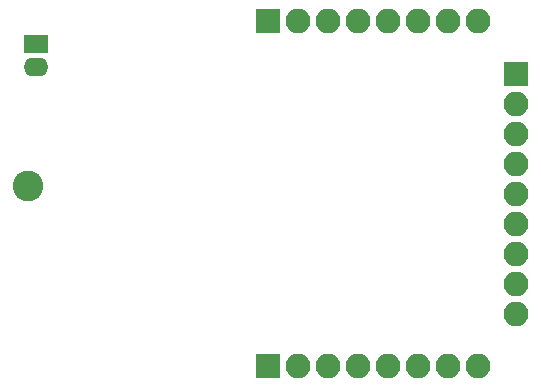
<source format=gbs>
G04 #@! TF.FileFunction,Soldermask,Bot*
%FSLAX46Y46*%
G04 Gerber Fmt 4.6, Leading zero omitted, Abs format (unit mm)*
G04 Created by KiCad (PCBNEW 4.0.7-e2-6376~58~ubuntu17.04.1) date Wed Oct  4 00:11:51 2017*
%MOMM*%
%LPD*%
G01*
G04 APERTURE LIST*
%ADD10C,0.100000*%
%ADD11R,2.100000X2.100000*%
%ADD12O,2.100000X2.100000*%
%ADD13R,2.100000X1.600000*%
%ADD14O,2.100000X1.600000*%
%ADD15C,2.600000*%
G04 APERTURE END LIST*
D10*
D11*
X170180000Y-109220000D03*
D12*
X172720000Y-109220000D03*
X175260000Y-109220000D03*
X177800000Y-109220000D03*
X180340000Y-109220000D03*
X182880000Y-109220000D03*
X185420000Y-109220000D03*
X187960000Y-109220000D03*
D11*
X170180000Y-80010000D03*
D12*
X172720000Y-80010000D03*
X175260000Y-80010000D03*
X177800000Y-80010000D03*
X180340000Y-80010000D03*
X182880000Y-80010000D03*
X185420000Y-80010000D03*
X187960000Y-80010000D03*
D13*
X150495000Y-81915000D03*
D14*
X150495000Y-83915000D03*
D15*
X149860000Y-93980000D03*
D11*
X191135000Y-84455000D03*
D12*
X191135000Y-86995000D03*
X191135000Y-89535000D03*
X191135000Y-92075000D03*
X191135000Y-94615000D03*
X191135000Y-97155000D03*
X191135000Y-99695000D03*
X191135000Y-102235000D03*
X191135000Y-104775000D03*
M02*

</source>
